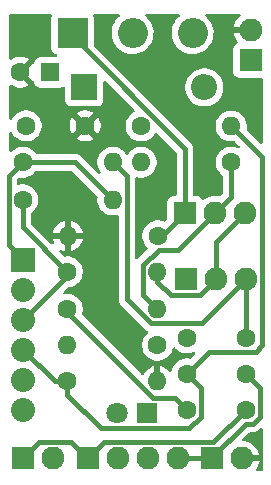
<source format=gbr>
%TF.GenerationSoftware,KiCad,Pcbnew,(5.99.0-2858-ga3fc028c9)*%
%TF.CreationDate,2020-08-19T12:09:39+03:00*%
%TF.ProjectId,leo-fuzz-box,6c656f2d-6675-47a7-9a2d-626f782e6b69,rev?*%
%TF.SameCoordinates,Original*%
%TF.FileFunction,Copper,L1,Top*%
%TF.FilePolarity,Positive*%
%FSLAX46Y46*%
G04 Gerber Fmt 4.6, Leading zero omitted, Abs format (unit mm)*
G04 Created by KiCad (PCBNEW (5.99.0-2858-ga3fc028c9)) date 2020-08-19 12:09:39*
%MOMM*%
%LPD*%
G01*
G04 APERTURE LIST*
%TA.AperFunction,ComponentPad*%
%ADD10O,2.200000X2.200000*%
%TD*%
%TA.AperFunction,ComponentPad*%
%ADD11R,2.200000X2.200000*%
%TD*%
%TA.AperFunction,ComponentPad*%
%ADD12C,1.600000*%
%TD*%
%TA.AperFunction,ComponentPad*%
%ADD13R,1.600000X1.600000*%
%TD*%
%TA.AperFunction,ComponentPad*%
%ADD14O,1.930400X1.930400*%
%TD*%
%TA.AperFunction,ComponentPad*%
%ADD15R,1.930400X1.930400*%
%TD*%
%TA.AperFunction,ComponentPad*%
%ADD16O,2.032000X2.032000*%
%TD*%
%TA.AperFunction,ComponentPad*%
%ADD17R,2.032000X2.032000*%
%TD*%
%TA.AperFunction,ComponentPad*%
%ADD18O,2.540000X2.540000*%
%TD*%
%TA.AperFunction,ComponentPad*%
%ADD19R,2.540000X2.540000*%
%TD*%
%TA.AperFunction,ComponentPad*%
%ADD20O,1.600000X1.600000*%
%TD*%
%TA.AperFunction,ComponentPad*%
%ADD21C,1.800000*%
%TD*%
%TA.AperFunction,ComponentPad*%
%ADD22R,1.800000X1.800000*%
%TD*%
%TA.AperFunction,Conductor*%
%ADD23C,0.381000*%
%TD*%
G04 APERTURE END LIST*
D10*
%TO.P,D2,2,A*%
%TO.N,Net-(D2-Pad2)*%
X105537000Y-44069000D03*
D11*
%TO.P,D2,1,K*%
%TO.N,+9V*%
X95377000Y-44069000D03*
%TD*%
D12*
%TO.P,C5,2*%
%TO.N,GND*%
X89956000Y-42799000D03*
D13*
%TO.P,C5,1*%
%TO.N,+9V*%
X92456000Y-42799000D03*
%TD*%
D12*
%TO.P,C4,2*%
%TO.N,GND*%
X95449400Y-47320200D03*
%TO.P,C4,1*%
%TO.N,+9V*%
X90449400Y-47320200D03*
%TD*%
D14*
%TO.P,Q2,3,C*%
%TO.N,Net-(C3-Pad1)*%
X109093000Y-60325000D03*
%TO.P,Q2,2,B*%
%TO.N,Net-(Q1-Pad3)*%
X106553000Y-60325000D03*
D15*
%TO.P,Q2,1,E*%
%TO.N,Net-(Q2-Pad1)*%
X104013000Y-60325000D03*
%TD*%
D14*
%TO.P,Q1,3,C*%
%TO.N,Net-(Q1-Pad3)*%
X108966000Y-54737000D03*
%TO.P,Q1,2,B*%
%TO.N,Net-(Q1-Pad2)*%
X106426000Y-54737000D03*
D15*
%TO.P,Q1,1,E*%
%TO.N,Net-(Q1-Pad1)*%
X103886000Y-54737000D03*
%TD*%
D16*
%TO.P,SW1,6,C*%
%TO.N,Net-(SW1-Pad6)*%
X90220800Y-71399400D03*
%TO.P,SW1,5,B*%
%TO.N,Net-(RV6-Pad2)*%
X90220800Y-68859400D03*
%TO.P,SW1,4,A*%
%TO.N,Net-(C2-Pad1)*%
X90220800Y-66319400D03*
%TO.P,SW1,3,C*%
%TO.N,Net-(R2-Pad1)*%
X90220800Y-63779400D03*
%TO.P,SW1,2,B*%
%TO.N,+9V*%
X90220800Y-61239400D03*
D17*
%TO.P,SW1,1,A*%
%TO.N,Net-(R4-Pad2)*%
X90220800Y-58699400D03*
%TD*%
D18*
%TO.P,RV6,3,3*%
%TO.N,Net-(Q2-Pad1)*%
X104546400Y-39471600D03*
%TO.P,RV6,2,2*%
%TO.N,Net-(RV6-Pad2)*%
X99466400Y-39471600D03*
D19*
%TO.P,RV6,1,1*%
%TO.N,Net-(Q1-Pad1)*%
X94386400Y-39471600D03*
%TD*%
D20*
%TO.P,R99,2*%
%TO.N,+9V*%
X93954600Y-65913000D03*
D12*
%TO.P,R99,1*%
%TO.N,Net-(D1-Pad2)*%
X101574600Y-65913000D03*
%TD*%
D20*
%TO.P,R9,2*%
%TO.N,GND*%
X101574600Y-68961000D03*
D12*
%TO.P,R9,1*%
%TO.N,Net-(C2-Pad1)*%
X93954600Y-68961000D03*
%TD*%
D20*
%TO.P,R8,2*%
%TO.N,Net-(C2-Pad1)*%
X107823000Y-47345600D03*
D12*
%TO.P,R8,1*%
%TO.N,Net-(C3-Pad2)*%
X100203000Y-47345600D03*
%TD*%
D20*
%TO.P,R7,2*%
%TO.N,Net-(C3-Pad1)*%
X97790000Y-50419000D03*
D12*
%TO.P,R7,1*%
%TO.N,Net-(R4-Pad2)*%
X90170000Y-50419000D03*
%TD*%
D20*
%TO.P,R5,2*%
%TO.N,Net-(Q2-Pad1)*%
X100203000Y-50419000D03*
D12*
%TO.P,R5,1*%
%TO.N,Net-(Q1-Pad2)*%
X107823000Y-50419000D03*
%TD*%
D20*
%TO.P,R4,2*%
%TO.N,Net-(R4-Pad2)*%
X97790000Y-53594000D03*
D12*
%TO.P,R4,1*%
%TO.N,Net-(R2-Pad1)*%
X90170000Y-53594000D03*
%TD*%
D20*
%TO.P,R3,2*%
%TO.N,GND*%
X93980000Y-56642000D03*
D12*
%TO.P,R3,1*%
%TO.N,Net-(Q1-Pad1)*%
X101600000Y-56642000D03*
%TD*%
D20*
%TO.P,R2,2*%
%TO.N,Net-(Q1-Pad3)*%
X101574600Y-59690000D03*
D12*
%TO.P,R2,1*%
%TO.N,Net-(R2-Pad1)*%
X93954600Y-59690000D03*
%TD*%
D20*
%TO.P,R1,2*%
%TO.N,Net-(Q1-Pad2)*%
X101574600Y-62865000D03*
D12*
%TO.P,R1,1*%
%TO.N,Net-(C1-Pad2)*%
X93954600Y-62865000D03*
%TD*%
D14*
%TO.P,J4,2*%
%TO.N,GND*%
X109474000Y-39243000D03*
D15*
%TO.P,J4,1*%
%TO.N,Net-(D2-Pad2)*%
X109474000Y-41783000D03*
%TD*%
%TO.P,J3,T*%
%TO.N,OUT*%
X106222800Y-75488800D03*
D14*
%TO.P,J3,S*%
%TO.N,GND*%
X108762800Y-75488800D03*
%TD*%
%TO.P,J2,4,Pin_4*%
%TO.N,OUT*%
X103276400Y-75488800D03*
%TO.P,J2,3,Pin_3*%
%TO.N,LED-*%
X100736400Y-75488800D03*
%TO.P,J2,2,Pin_2*%
%TO.N,GND*%
X98196400Y-75488800D03*
D15*
%TO.P,J2,1,Pin_1*%
%TO.N,IN*%
X95656400Y-75488800D03*
%TD*%
%TO.P,J1,T*%
%TO.N,IN*%
X90220800Y-75488800D03*
D14*
%TO.P,J1,S*%
%TO.N,GND*%
X92760800Y-75488800D03*
%TD*%
D21*
%TO.P,D1,2,A*%
%TO.N,Net-(D1-Pad2)*%
X98171000Y-71628000D03*
D22*
%TO.P,D1,1,K*%
%TO.N,LED-*%
X100711000Y-71628000D03*
%TD*%
D12*
%TO.P,C3,2*%
%TO.N,Net-(C3-Pad2)*%
X104067600Y-65278000D03*
%TO.P,C3,1*%
%TO.N,Net-(C3-Pad1)*%
X109067600Y-65278000D03*
%TD*%
%TO.P,C2,2*%
%TO.N,OUT*%
X109063800Y-68326000D03*
%TO.P,C2,1*%
%TO.N,Net-(C2-Pad1)*%
X104063800Y-68326000D03*
%TD*%
%TO.P,C1,2*%
%TO.N,Net-(C1-Pad2)*%
X104056800Y-71374000D03*
%TO.P,C1,1*%
%TO.N,IN*%
X109056800Y-71374000D03*
%TD*%
D23*
%TO.N,Net-(C1-Pad2)*%
X104056800Y-71374000D02*
X103020299Y-70337499D01*
X93954600Y-63102942D02*
X93954600Y-62865000D01*
X103020299Y-70337499D02*
X101189157Y-70337499D01*
X101189157Y-70337499D02*
X93954600Y-63102942D01*
%TO.N,Net-(C2-Pad1)*%
X93954600Y-68961000D02*
X93954600Y-70092370D01*
X104274241Y-72918501D02*
X105247301Y-71945441D01*
X93954600Y-70092370D02*
X96780731Y-72918501D01*
X105247301Y-69509501D02*
X104063800Y-68326000D01*
X96780731Y-72918501D02*
X104274241Y-72918501D01*
X105247301Y-71945441D02*
X105247301Y-69509501D01*
X90220800Y-66319400D02*
X92862400Y-68961000D01*
X92862400Y-68961000D02*
X93954600Y-68961000D01*
%TO.N,Net-(Q1-Pad1)*%
X103886000Y-54737000D02*
X103886000Y-49266658D01*
X103886000Y-49266658D02*
X94386400Y-39767058D01*
X94386400Y-39767058D02*
X94386400Y-39471600D01*
%TO.N,Net-(Q1-Pad2)*%
X101574600Y-62865000D02*
X100384099Y-61674499D01*
X100384099Y-61674499D02*
X100384099Y-59118559D01*
X100384099Y-59118559D02*
X101670157Y-57832501D01*
X101670157Y-57832501D02*
X103330499Y-57832501D01*
X103330499Y-57832501D02*
X106426000Y-54737000D01*
%TO.N,Net-(C3-Pad1)*%
X109093000Y-60325000D02*
X105362499Y-64055501D01*
X98980501Y-62032843D02*
X98980501Y-51609501D01*
X105362499Y-64055501D02*
X101003159Y-64055501D01*
X101003159Y-64055501D02*
X98980501Y-62032843D01*
X98980501Y-51609501D02*
X97790000Y-50419000D01*
%TO.N,Net-(Q1-Pad1)*%
X101600000Y-56642000D02*
X101981000Y-56642000D01*
X101981000Y-56642000D02*
X103886000Y-54737000D01*
%TO.N,Net-(C2-Pad1)*%
X104063800Y-68326000D02*
X105921299Y-66468501D01*
X105921299Y-66468501D02*
X109883699Y-66468501D01*
X109883699Y-66468501D02*
X110448701Y-65903499D01*
X110448701Y-65903499D02*
X110448701Y-49971301D01*
X110448701Y-49971301D02*
X107823000Y-47345600D01*
%TO.N,Net-(Q1-Pad2)*%
X107823000Y-50419000D02*
X107823000Y-53340000D01*
X107823000Y-53340000D02*
X106426000Y-54737000D01*
%TO.N,Net-(R2-Pad1)*%
X90220800Y-63779400D02*
X93954600Y-60045600D01*
X93954600Y-60045600D02*
X93954600Y-59690000D01*
%TO.N,Net-(Q1-Pad3)*%
X106553000Y-60325000D02*
X105197299Y-61680701D01*
X105197299Y-61680701D02*
X102735399Y-61680701D01*
X102735399Y-61680701D02*
X101574600Y-60519902D01*
X101574600Y-60519902D02*
X101574600Y-59690000D01*
X106553000Y-60325000D02*
X106553000Y-57150000D01*
X106553000Y-57150000D02*
X108966000Y-54737000D01*
%TO.N,Net-(C3-Pad1)*%
X109067600Y-65278000D02*
X109067600Y-60350400D01*
X109067600Y-60350400D02*
X109093000Y-60325000D01*
%TO.N,Net-(R4-Pad2)*%
X90220800Y-58699400D02*
X88979499Y-57458099D01*
X88979499Y-57458099D02*
X88979499Y-51609501D01*
X88979499Y-51609501D02*
X90170000Y-50419000D01*
%TO.N,Net-(R2-Pad1)*%
X90170000Y-53594000D02*
X90170000Y-55905400D01*
X90170000Y-55905400D02*
X93954600Y-59690000D01*
%TO.N,Net-(R4-Pad2)*%
X90170000Y-50419000D02*
X94615000Y-50419000D01*
X94615000Y-50419000D02*
X97790000Y-53594000D01*
%TO.N,OUT*%
X106222800Y-75488800D02*
X106222800Y-75387200D01*
X110247301Y-69509501D02*
X109063800Y-68326000D01*
X106222800Y-75387200D02*
X109045499Y-72564501D01*
X109045499Y-72564501D02*
X109628241Y-72564501D01*
X109628241Y-72564501D02*
X110247301Y-71945441D01*
X110247301Y-71945441D02*
X110247301Y-69509501D01*
%TO.N,IN*%
X109056800Y-71374000D02*
X106297701Y-74133099D01*
X106297701Y-74133099D02*
X97012101Y-74133099D01*
X97012101Y-74133099D02*
X95656400Y-75488800D01*
X90220800Y-75438000D02*
X91576501Y-74082299D01*
X91576501Y-74082299D02*
X94249899Y-74082299D01*
X94249899Y-74082299D02*
X95656400Y-75488800D01*
%TO.N,OUT*%
X103276400Y-75488800D02*
X106222800Y-75488800D01*
%TD*%
%TA.AperFunction,Conductor*%
%TO.N,GND*%
G36*
X110402808Y-72881928D02*
G01*
X110459644Y-72924475D01*
X110484776Y-72999984D01*
X110484776Y-76449776D01*
X110464774Y-76517897D01*
X110411118Y-76564390D01*
X110358776Y-76575776D01*
X110045007Y-76575776D01*
X109976886Y-76555774D01*
X109930393Y-76502118D01*
X109920289Y-76431844D01*
X109949053Y-76368113D01*
X109963261Y-76351418D01*
X109963266Y-76351411D01*
X110088026Y-76143774D01*
X110088029Y-76143768D01*
X110177211Y-75918521D01*
X110215202Y-75742800D01*
X108634800Y-75742800D01*
X108566679Y-75722798D01*
X108520186Y-75669142D01*
X108508800Y-75616800D01*
X108508800Y-75360800D01*
X108528802Y-75292679D01*
X108582458Y-75246186D01*
X108634800Y-75234800D01*
X110214080Y-75234800D01*
X110196510Y-75128676D01*
X110118439Y-74899345D01*
X110118437Y-74899340D01*
X110003972Y-74685863D01*
X110003963Y-74685849D01*
X109856157Y-74493921D01*
X109856156Y-74493919D01*
X109678984Y-74328704D01*
X109477210Y-74194645D01*
X109477208Y-74194644D01*
X109256252Y-74095343D01*
X109256254Y-74095343D01*
X109022039Y-74033461D01*
X108870468Y-74019133D01*
X108804532Y-73992809D01*
X108763295Y-73935016D01*
X108759850Y-73864103D01*
X108793231Y-73804596D01*
X109297923Y-73299905D01*
X109387018Y-73263001D01*
X109535876Y-73263001D01*
X109563683Y-73266108D01*
X109571646Y-73267910D01*
X109571649Y-73267910D01*
X109646873Y-73263243D01*
X109654675Y-73263001D01*
X109678390Y-73263001D01*
X109694485Y-73260695D01*
X109704552Y-73259664D01*
X109771347Y-73255521D01*
X109771344Y-73255521D01*
X109785978Y-73250238D01*
X109810902Y-73244024D01*
X109826297Y-73241819D01*
X109826303Y-73241817D01*
X109887235Y-73214114D01*
X109896600Y-73210301D01*
X109959540Y-73187579D01*
X109971079Y-73179041D01*
X109993872Y-73165629D01*
X110008440Y-73159005D01*
X110008446Y-73159001D01*
X110067442Y-73108166D01*
X110074745Y-73102331D01*
X110088172Y-73092396D01*
X110088180Y-73092389D01*
X110099985Y-73080584D01*
X110106833Y-73074226D01*
X110160015Y-73028402D01*
X110160016Y-73028401D01*
X110167241Y-73017254D01*
X110183878Y-72996692D01*
X110269681Y-72910889D01*
X110331993Y-72876863D01*
X110402808Y-72881928D01*
G37*
%TD.AperFunction*%
%TA.AperFunction,Conductor*%
G36*
X94362578Y-51154405D02*
G01*
X96466458Y-53258286D01*
X96500484Y-53320598D01*
X96501449Y-53369260D01*
X96482000Y-53479566D01*
X96482000Y-53708433D01*
X96521745Y-53933833D01*
X96600020Y-54148892D01*
X96600024Y-54148901D01*
X96714455Y-54347101D01*
X96714457Y-54347104D01*
X96861572Y-54522428D01*
X97036896Y-54669543D01*
X97036899Y-54669545D01*
X97235099Y-54783976D01*
X97235108Y-54783980D01*
X97450167Y-54862255D01*
X97675567Y-54902000D01*
X97904433Y-54902000D01*
X98134122Y-54861499D01*
X98204681Y-54869368D01*
X98259785Y-54914135D01*
X98282002Y-54985585D01*
X98282001Y-61940478D01*
X98278894Y-61968285D01*
X98277092Y-61976248D01*
X98277092Y-61976251D01*
X98281759Y-62051475D01*
X98282001Y-62059277D01*
X98282001Y-62082988D01*
X98282002Y-62083002D01*
X98284306Y-62099084D01*
X98285338Y-62109152D01*
X98289481Y-62175945D01*
X98289481Y-62175946D01*
X98294765Y-62190582D01*
X98300978Y-62215504D01*
X98303183Y-62230900D01*
X98303183Y-62230901D01*
X98330884Y-62291828D01*
X98334696Y-62301192D01*
X98357420Y-62364135D01*
X98357423Y-62364141D01*
X98365961Y-62375680D01*
X98379372Y-62398470D01*
X98386000Y-62413045D01*
X98386000Y-62413046D01*
X98436834Y-62472041D01*
X98442670Y-62479346D01*
X98452603Y-62492770D01*
X98452610Y-62492779D01*
X98464419Y-62504588D01*
X98470778Y-62511436D01*
X98516603Y-62564619D01*
X98527751Y-62571845D01*
X98548313Y-62588482D01*
X100443928Y-64484098D01*
X100461395Y-64505958D01*
X100465755Y-64512868D01*
X100465757Y-64512871D01*
X100522261Y-64562773D01*
X100527952Y-64568121D01*
X100544700Y-64584870D01*
X100544705Y-64584874D01*
X100557715Y-64594625D01*
X100565556Y-64601009D01*
X100615724Y-64645316D01*
X100629809Y-64651929D01*
X100651820Y-64665154D01*
X100664270Y-64674484D01*
X100664274Y-64674486D01*
X100705086Y-64689786D01*
X100761851Y-64732427D01*
X100786551Y-64798989D01*
X100771344Y-64868338D01*
X100741849Y-64904289D01*
X100646172Y-64984572D01*
X100499057Y-65159896D01*
X100499055Y-65159899D01*
X100384624Y-65358099D01*
X100384620Y-65358108D01*
X100306345Y-65573167D01*
X100266600Y-65798567D01*
X100266600Y-66027433D01*
X100306345Y-66252833D01*
X100384620Y-66467892D01*
X100384624Y-66467901D01*
X100499055Y-66666101D01*
X100499057Y-66666104D01*
X100646172Y-66841428D01*
X100821496Y-66988543D01*
X100821499Y-66988545D01*
X101019699Y-67102976D01*
X101019708Y-67102980D01*
X101234767Y-67181255D01*
X101460167Y-67221000D01*
X101689033Y-67221000D01*
X101914433Y-67181255D01*
X102129492Y-67102980D01*
X102129501Y-67102976D01*
X102327701Y-66988545D01*
X102327704Y-66988543D01*
X102503028Y-66841428D01*
X102650143Y-66666104D01*
X102650145Y-66666101D01*
X102764576Y-66467901D01*
X102764580Y-66467892D01*
X102842856Y-66252833D01*
X102854151Y-66188775D01*
X102885679Y-66125162D01*
X102946593Y-66088693D01*
X103017554Y-66090946D01*
X103074758Y-66129663D01*
X103139172Y-66206428D01*
X103314496Y-66353543D01*
X103314499Y-66353545D01*
X103512699Y-66467976D01*
X103512708Y-66467980D01*
X103727767Y-66546255D01*
X103953167Y-66586000D01*
X104182033Y-66586000D01*
X104407433Y-66546256D01*
X104578177Y-66484109D01*
X104649031Y-66479606D01*
X104711071Y-66514124D01*
X104744601Y-66576704D01*
X104738975Y-66647477D01*
X104710367Y-66691605D01*
X104399514Y-67002458D01*
X104337202Y-67036484D01*
X104288540Y-67037449D01*
X104178234Y-67018000D01*
X103949367Y-67018000D01*
X103723967Y-67057745D01*
X103508908Y-67136020D01*
X103508899Y-67136024D01*
X103310699Y-67250455D01*
X103310696Y-67250457D01*
X103135372Y-67397572D01*
X102988257Y-67572896D01*
X102988255Y-67572899D01*
X102873824Y-67771099D01*
X102873820Y-67771108D01*
X102795544Y-67986167D01*
X102784909Y-68046483D01*
X102753381Y-68110095D01*
X102692467Y-68146565D01*
X102621506Y-68144312D01*
X102564302Y-68105595D01*
X102503028Y-68032572D01*
X102327704Y-67885457D01*
X102327701Y-67885455D01*
X102129501Y-67771024D01*
X102129492Y-67771020D01*
X101914434Y-67692745D01*
X101828600Y-67677609D01*
X101828600Y-69089000D01*
X101808598Y-69157121D01*
X101754942Y-69203614D01*
X101702600Y-69215000D01*
X101446600Y-69215000D01*
X101378479Y-69194998D01*
X101331986Y-69141342D01*
X101320600Y-69089000D01*
X101320600Y-67677609D01*
X101234766Y-67692745D01*
X101019708Y-67771020D01*
X101019699Y-67771024D01*
X100821499Y-67885455D01*
X100821496Y-67885457D01*
X100646172Y-68032572D01*
X100499057Y-68207896D01*
X100499055Y-68207899D01*
X100415835Y-68352040D01*
X100364453Y-68401033D01*
X100294739Y-68414469D01*
X100217621Y-68378135D01*
X95231973Y-63392488D01*
X95197947Y-63330176D01*
X95202667Y-63260297D01*
X95222856Y-63204832D01*
X95262600Y-62979433D01*
X95262600Y-62750567D01*
X95222855Y-62525167D01*
X95144580Y-62310108D01*
X95144576Y-62310099D01*
X95030145Y-62111899D01*
X95030143Y-62111896D01*
X94883028Y-61936572D01*
X94707704Y-61789457D01*
X94707701Y-61789455D01*
X94509501Y-61675024D01*
X94509492Y-61675020D01*
X94294433Y-61596745D01*
X94069033Y-61557000D01*
X93840167Y-61557000D01*
X93736992Y-61575193D01*
X93666433Y-61567324D01*
X93611329Y-61522557D01*
X93589175Y-61455105D01*
X93626017Y-61362012D01*
X93953124Y-61034905D01*
X94042219Y-60998000D01*
X94069033Y-60998000D01*
X94294433Y-60958255D01*
X94509492Y-60879980D01*
X94509501Y-60879976D01*
X94707701Y-60765545D01*
X94707704Y-60765543D01*
X94883028Y-60618428D01*
X95030143Y-60443104D01*
X95030145Y-60443101D01*
X95144576Y-60244901D01*
X95144580Y-60244892D01*
X95222855Y-60029833D01*
X95262600Y-59804433D01*
X95262600Y-59575567D01*
X95222855Y-59350167D01*
X95144580Y-59135108D01*
X95144576Y-59135099D01*
X95030145Y-58936899D01*
X95030143Y-58936896D01*
X94883028Y-58761572D01*
X94707704Y-58614457D01*
X94707701Y-58614455D01*
X94509501Y-58500024D01*
X94509492Y-58500020D01*
X94294433Y-58421745D01*
X94069033Y-58382000D01*
X93840166Y-58382000D01*
X93729861Y-58401449D01*
X93659302Y-58393579D01*
X93618887Y-58366458D01*
X93291325Y-58038896D01*
X93257299Y-57976584D01*
X93262364Y-57905769D01*
X93304911Y-57848933D01*
X93371431Y-57824122D01*
X93423515Y-57831400D01*
X93640166Y-57910255D01*
X93726000Y-57925391D01*
X93726000Y-57925390D01*
X94233999Y-57925390D01*
X94319833Y-57910255D01*
X94319834Y-57910255D01*
X94534892Y-57831980D01*
X94534901Y-57831976D01*
X94733101Y-57717545D01*
X94733104Y-57717543D01*
X94908428Y-57570428D01*
X95055543Y-57395104D01*
X95055545Y-57395101D01*
X95169976Y-57196901D01*
X95169980Y-57196892D01*
X95248255Y-56981834D01*
X95263391Y-56896000D01*
X94234000Y-56895999D01*
X94233999Y-57925390D01*
X93726000Y-57925390D01*
X93726001Y-56896000D01*
X92696610Y-56895999D01*
X92711745Y-56981833D01*
X92711745Y-56981835D01*
X92790600Y-57198486D01*
X92795103Y-57269340D01*
X92760585Y-57331380D01*
X92698005Y-57364910D01*
X92627231Y-57359284D01*
X92583104Y-57330676D01*
X91640428Y-56388000D01*
X92696609Y-56388000D01*
X93726000Y-56388001D01*
X93726000Y-56388000D01*
X94233999Y-56388000D01*
X95263390Y-56388001D01*
X95248255Y-56302167D01*
X95248255Y-56302166D01*
X95169980Y-56087108D01*
X95169976Y-56087099D01*
X95055545Y-55888899D01*
X95055543Y-55888896D01*
X94908428Y-55713572D01*
X94733104Y-55566457D01*
X94733101Y-55566455D01*
X94534901Y-55452024D01*
X94534892Y-55452020D01*
X94319834Y-55373745D01*
X94234000Y-55358609D01*
X94233999Y-56388000D01*
X93726000Y-56388000D01*
X93726001Y-55358610D01*
X93640166Y-55373745D01*
X93425108Y-55452020D01*
X93425099Y-55452024D01*
X93226899Y-55566455D01*
X93226896Y-55566457D01*
X93051572Y-55713572D01*
X92904457Y-55888896D01*
X92904455Y-55888899D01*
X92790024Y-56087099D01*
X92790020Y-56087108D01*
X92711745Y-56302166D01*
X92696609Y-56388000D01*
X91640428Y-56388000D01*
X90905405Y-55652978D01*
X90868500Y-55563883D01*
X90868500Y-54773369D01*
X90888502Y-54705248D01*
X90919135Y-54673374D01*
X90918889Y-54673080D01*
X90921621Y-54670788D01*
X90922227Y-54670157D01*
X90923106Y-54669541D01*
X91098428Y-54522428D01*
X91245543Y-54347104D01*
X91245545Y-54347101D01*
X91359976Y-54148901D01*
X91359980Y-54148892D01*
X91438255Y-53933833D01*
X91478000Y-53708433D01*
X91478000Y-53479567D01*
X91438255Y-53254167D01*
X91359980Y-53039108D01*
X91359976Y-53039099D01*
X91245545Y-52840899D01*
X91245543Y-52840896D01*
X91098428Y-52665572D01*
X90923104Y-52518457D01*
X90923101Y-52518455D01*
X90724901Y-52404024D01*
X90724892Y-52404020D01*
X90509833Y-52325745D01*
X90284433Y-52286000D01*
X90055567Y-52286000D01*
X89825879Y-52326501D01*
X89755320Y-52318632D01*
X89700216Y-52273865D01*
X89677999Y-52202415D01*
X89677999Y-51951019D01*
X89714904Y-51861923D01*
X89834287Y-51742541D01*
X89896599Y-51708516D01*
X89945261Y-51707551D01*
X90055566Y-51727000D01*
X90284433Y-51727000D01*
X90509833Y-51687255D01*
X90724892Y-51608980D01*
X90724901Y-51608976D01*
X90923101Y-51494545D01*
X90923104Y-51494543D01*
X91098428Y-51347428D01*
X91245541Y-51172106D01*
X91246157Y-51171227D01*
X91246528Y-51170931D01*
X91249080Y-51167889D01*
X91249691Y-51168402D01*
X91301616Y-51126900D01*
X91349369Y-51117500D01*
X94273483Y-51117500D01*
X94362578Y-51154405D01*
G37*
%TD.AperFunction*%
%TA.AperFunction,Conductor*%
G36*
X92583159Y-37871226D02*
G01*
X92629652Y-37924882D01*
X92633196Y-38014247D01*
X92633586Y-38014316D01*
X92633270Y-38016109D01*
X92633437Y-38020325D01*
X92631671Y-38025176D01*
X92600563Y-38201601D01*
X92600563Y-40741598D01*
X92669673Y-40999520D01*
X92784826Y-41136754D01*
X92939974Y-41226328D01*
X92978247Y-41233077D01*
X93041860Y-41264604D01*
X93078329Y-41325518D01*
X93076077Y-41396479D01*
X93035818Y-41454957D01*
X92956368Y-41483163D01*
X91656002Y-41483163D01*
X91398081Y-41552273D01*
X91260846Y-41667426D01*
X91171272Y-41822574D01*
X91146851Y-41961073D01*
X91115324Y-42024686D01*
X91054410Y-42061155D01*
X91052968Y-42061244D01*
X90315210Y-42799000D01*
X91057204Y-43540992D01*
X91079346Y-43544445D01*
X91132444Y-43591574D01*
X91147349Y-43625816D01*
X91209273Y-43856920D01*
X91324426Y-43994154D01*
X91479574Y-44083729D01*
X91656001Y-44114837D01*
X93255998Y-44114837D01*
X93513920Y-44045727D01*
X93554172Y-44011952D01*
X93619213Y-43983488D01*
X93689318Y-43994706D01*
X93742229Y-44042044D01*
X93761163Y-44108474D01*
X93761163Y-45168998D01*
X93830273Y-45426920D01*
X93945426Y-45564154D01*
X94100574Y-45653729D01*
X94277001Y-45684837D01*
X96476998Y-45684837D01*
X96734920Y-45615727D01*
X96872154Y-45500574D01*
X96961729Y-45345426D01*
X96961728Y-45345426D01*
X96992837Y-45168999D01*
X96992837Y-43665512D01*
X97012839Y-43597391D01*
X97066495Y-43550898D01*
X97136769Y-43540794D01*
X97207932Y-43576417D01*
X99620135Y-45988621D01*
X99654161Y-46050933D01*
X99649096Y-46121749D01*
X99594040Y-46186835D01*
X99449899Y-46270055D01*
X99449896Y-46270057D01*
X99274572Y-46417172D01*
X99127457Y-46592496D01*
X99127455Y-46592499D01*
X99013024Y-46790699D01*
X99013020Y-46790708D01*
X98934745Y-47005767D01*
X98895000Y-47231167D01*
X98895000Y-47460033D01*
X98934745Y-47685433D01*
X99013020Y-47900492D01*
X99013024Y-47900501D01*
X99127455Y-48098701D01*
X99127457Y-48098704D01*
X99274572Y-48274028D01*
X99449896Y-48421143D01*
X99449899Y-48421145D01*
X99648099Y-48535576D01*
X99648108Y-48535580D01*
X99863167Y-48613855D01*
X100088567Y-48653600D01*
X100317433Y-48653600D01*
X100542833Y-48613855D01*
X100757892Y-48535580D01*
X100757901Y-48535576D01*
X100956101Y-48421145D01*
X100956104Y-48421143D01*
X101131428Y-48274028D01*
X101278543Y-48098704D01*
X101278545Y-48098701D01*
X101361765Y-47954560D01*
X101413147Y-47905567D01*
X101482861Y-47892131D01*
X101559979Y-47928465D01*
X103150596Y-49519082D01*
X103187501Y-49608177D01*
X103187500Y-53129963D01*
X103167498Y-53198084D01*
X103113842Y-53244577D01*
X103061500Y-53255963D01*
X102920802Y-53255963D01*
X102662881Y-53325073D01*
X102525646Y-53440226D01*
X102436071Y-53595374D01*
X102404963Y-53771801D01*
X102404963Y-55178020D01*
X102368058Y-55267115D01*
X102232372Y-55402801D01*
X102170060Y-55436827D01*
X102100182Y-55432107D01*
X101939833Y-55373745D01*
X101714433Y-55334000D01*
X101485567Y-55334000D01*
X101260167Y-55373745D01*
X101045108Y-55452020D01*
X101045099Y-55452024D01*
X100846899Y-55566455D01*
X100846896Y-55566457D01*
X100671572Y-55713572D01*
X100524457Y-55888896D01*
X100524455Y-55888899D01*
X100410024Y-56087099D01*
X100410020Y-56087108D01*
X100331745Y-56302167D01*
X100292000Y-56527567D01*
X100292000Y-56756433D01*
X100331745Y-56981833D01*
X100410020Y-57196892D01*
X100410024Y-57196901D01*
X100524455Y-57395101D01*
X100524457Y-57395104D01*
X100671574Y-57570431D01*
X100714586Y-57606522D01*
X100753913Y-57665631D01*
X100755039Y-57736619D01*
X100722691Y-57792138D01*
X99955501Y-58559330D01*
X99933639Y-58576797D01*
X99926736Y-58581153D01*
X99926734Y-58581154D01*
X99899442Y-58612056D01*
X99839356Y-58649874D01*
X99768363Y-58649204D01*
X99709002Y-58610258D01*
X99679001Y-58528648D01*
X99679001Y-51800171D01*
X99699003Y-51732050D01*
X99752659Y-51685557D01*
X99848096Y-51681770D01*
X99863167Y-51687255D01*
X100088567Y-51727000D01*
X100317433Y-51727000D01*
X100542833Y-51687255D01*
X100757892Y-51608980D01*
X100757901Y-51608976D01*
X100956101Y-51494545D01*
X100956104Y-51494543D01*
X101131428Y-51347428D01*
X101278543Y-51172104D01*
X101278545Y-51172101D01*
X101392976Y-50973901D01*
X101392980Y-50973892D01*
X101471255Y-50758833D01*
X101511000Y-50533433D01*
X101511000Y-50304567D01*
X101471255Y-50079167D01*
X101392980Y-49864108D01*
X101392976Y-49864099D01*
X101278545Y-49665899D01*
X101278543Y-49665896D01*
X101131428Y-49490572D01*
X100956104Y-49343457D01*
X100956101Y-49343455D01*
X100757901Y-49229024D01*
X100757892Y-49229020D01*
X100542833Y-49150745D01*
X100317433Y-49111000D01*
X100088567Y-49111000D01*
X99863167Y-49150745D01*
X99648108Y-49229020D01*
X99648099Y-49229024D01*
X99449899Y-49343455D01*
X99449896Y-49343457D01*
X99274572Y-49490572D01*
X99127457Y-49665896D01*
X99127455Y-49665899D01*
X99105619Y-49703720D01*
X99054237Y-49752713D01*
X98984523Y-49766150D01*
X98918612Y-49739763D01*
X98887381Y-49703720D01*
X98865545Y-49665899D01*
X98865543Y-49665896D01*
X98718428Y-49490572D01*
X98543104Y-49343457D01*
X98543101Y-49343455D01*
X98344901Y-49229024D01*
X98344892Y-49229020D01*
X98129833Y-49150745D01*
X97904433Y-49111000D01*
X97675567Y-49111000D01*
X97450167Y-49150745D01*
X97235108Y-49229020D01*
X97235099Y-49229024D01*
X97036899Y-49343455D01*
X97036896Y-49343457D01*
X96861572Y-49490572D01*
X96714457Y-49665896D01*
X96714455Y-49665899D01*
X96600024Y-49864099D01*
X96600020Y-49864108D01*
X96521745Y-50079167D01*
X96482000Y-50304567D01*
X96482000Y-50533433D01*
X96521745Y-50758833D01*
X96600020Y-50973892D01*
X96600024Y-50973901D01*
X96714455Y-51172101D01*
X96714456Y-51172103D01*
X96729177Y-51189647D01*
X96757641Y-51254688D01*
X96746422Y-51324793D01*
X96699083Y-51377703D01*
X96630653Y-51396621D01*
X96543559Y-51359732D01*
X95174233Y-49990406D01*
X95156766Y-49968547D01*
X95152403Y-49961632D01*
X95095888Y-49911720D01*
X95090198Y-49906372D01*
X95073456Y-49889629D01*
X95073449Y-49889623D01*
X95060454Y-49879884D01*
X95052610Y-49873498D01*
X95002436Y-49829186D01*
X94988345Y-49822570D01*
X94966329Y-49809341D01*
X94953887Y-49800016D01*
X94953885Y-49800015D01*
X94891226Y-49776525D01*
X94881908Y-49772599D01*
X94821316Y-49744152D01*
X94807123Y-49742031D01*
X94781513Y-49735396D01*
X94766538Y-49729782D01*
X94766533Y-49729781D01*
X94688889Y-49724010D01*
X94679604Y-49722973D01*
X94663057Y-49720500D01*
X94646328Y-49720500D01*
X94636990Y-49720154D01*
X94567004Y-49714953D01*
X94554024Y-49717724D01*
X94527719Y-49720500D01*
X91349369Y-49720500D01*
X91281248Y-49700498D01*
X91249374Y-49669865D01*
X91249080Y-49670111D01*
X91246788Y-49667379D01*
X91246157Y-49666773D01*
X91245541Y-49665894D01*
X91098428Y-49490572D01*
X90923104Y-49343457D01*
X90923101Y-49343455D01*
X90724901Y-49229024D01*
X90724892Y-49229020D01*
X90509833Y-49150745D01*
X90284433Y-49111000D01*
X90055567Y-49111000D01*
X89830167Y-49150745D01*
X89615108Y-49229020D01*
X89615099Y-49229024D01*
X89416899Y-49343455D01*
X89416896Y-49343457D01*
X89239216Y-49492549D01*
X89174175Y-49521014D01*
X89104070Y-49509797D01*
X89051159Y-49462459D01*
X89032224Y-49396028D01*
X89032224Y-47951817D01*
X89052226Y-47883696D01*
X89105882Y-47837203D01*
X89176156Y-47827099D01*
X89240736Y-47856593D01*
X89267343Y-47888817D01*
X89373855Y-48073301D01*
X89373857Y-48073304D01*
X89520972Y-48248628D01*
X89696296Y-48395743D01*
X89696299Y-48395745D01*
X89894499Y-48510176D01*
X89894508Y-48510180D01*
X90109567Y-48588455D01*
X90334967Y-48628200D01*
X90563833Y-48628200D01*
X90789233Y-48588455D01*
X91004292Y-48510180D01*
X91004301Y-48510176D01*
X91179191Y-48409203D01*
X94719609Y-48409203D01*
X94894500Y-48510176D01*
X94894508Y-48510180D01*
X95109567Y-48588455D01*
X95334967Y-48628200D01*
X95563833Y-48628200D01*
X95789233Y-48588455D01*
X96004292Y-48510180D01*
X96004300Y-48510176D01*
X96179191Y-48409203D01*
X95449400Y-47679410D01*
X94719609Y-48409203D01*
X91179191Y-48409203D01*
X91202501Y-48395745D01*
X91202504Y-48395743D01*
X91377828Y-48248628D01*
X91524943Y-48073304D01*
X91524945Y-48073301D01*
X91639376Y-47875101D01*
X91639380Y-47875092D01*
X91717655Y-47660033D01*
X91757400Y-47434633D01*
X91757400Y-47205767D01*
X94141400Y-47205767D01*
X94141400Y-47434633D01*
X94181145Y-47660033D01*
X94259420Y-47875092D01*
X94259424Y-47875100D01*
X94360398Y-48049990D01*
X95090190Y-47320200D01*
X95808610Y-47320200D01*
X96538403Y-48049991D01*
X96639376Y-47875100D01*
X96639380Y-47875092D01*
X96717655Y-47660033D01*
X96757400Y-47434633D01*
X96757400Y-47205767D01*
X96717655Y-46980367D01*
X96639380Y-46765308D01*
X96639376Y-46765300D01*
X96538403Y-46590409D01*
X95808610Y-47320200D01*
X95090190Y-47320200D01*
X94360398Y-46590410D01*
X94259424Y-46765300D01*
X94259420Y-46765308D01*
X94181145Y-46980367D01*
X94141400Y-47205767D01*
X91757400Y-47205767D01*
X91717655Y-46980367D01*
X91639380Y-46765308D01*
X91639376Y-46765299D01*
X91524945Y-46567099D01*
X91524943Y-46567096D01*
X91377828Y-46391772D01*
X91202504Y-46244657D01*
X91202501Y-46244655D01*
X91179192Y-46231197D01*
X94719609Y-46231197D01*
X95449400Y-46960990D01*
X96179191Y-46231197D01*
X96004300Y-46130224D01*
X96004292Y-46130220D01*
X95789233Y-46051945D01*
X95563833Y-46012200D01*
X95334967Y-46012200D01*
X95109567Y-46051945D01*
X94894508Y-46130220D01*
X94894500Y-46130224D01*
X94719609Y-46231197D01*
X91179192Y-46231197D01*
X91004301Y-46130224D01*
X91004292Y-46130220D01*
X90789233Y-46051945D01*
X90563833Y-46012200D01*
X90334967Y-46012200D01*
X90109567Y-46051945D01*
X89894508Y-46130220D01*
X89894499Y-46130224D01*
X89696299Y-46244655D01*
X89696296Y-46244657D01*
X89520972Y-46391772D01*
X89373857Y-46567096D01*
X89373855Y-46567099D01*
X89267343Y-46751583D01*
X89215961Y-46800576D01*
X89146247Y-46814012D01*
X89080336Y-46787626D01*
X89039154Y-46729794D01*
X89032224Y-46688583D01*
X89032224Y-43994244D01*
X89052226Y-43926123D01*
X89105882Y-43879630D01*
X89176156Y-43869526D01*
X89221224Y-43885125D01*
X89401099Y-43988976D01*
X89401108Y-43988980D01*
X89616167Y-44067255D01*
X89841567Y-44107000D01*
X90070433Y-44107000D01*
X90295833Y-44067255D01*
X90510892Y-43988980D01*
X90510900Y-43988976D01*
X90685791Y-43888002D01*
X89685885Y-42888095D01*
X89651859Y-42825783D01*
X89656924Y-42754967D01*
X89685885Y-42709905D01*
X89956000Y-42439790D01*
X90685791Y-41709998D01*
X90510900Y-41609024D01*
X90510892Y-41609020D01*
X90295833Y-41530745D01*
X90070433Y-41491000D01*
X89841567Y-41491000D01*
X89616167Y-41530745D01*
X89401108Y-41609020D01*
X89401099Y-41609024D01*
X89221224Y-41712875D01*
X89152229Y-41729613D01*
X89085137Y-41706392D01*
X89041250Y-41650585D01*
X89032224Y-41603756D01*
X89032224Y-37977224D01*
X89052226Y-37909103D01*
X89105882Y-37862610D01*
X89158224Y-37851224D01*
X92515038Y-37851224D01*
X92583159Y-37871226D01*
G37*
%TD.AperFunction*%
%TA.AperFunction,Conductor*%
G36*
X98354233Y-37871226D02*
G01*
X98400726Y-37924882D01*
X98410830Y-37995156D01*
X98362816Y-38077186D01*
X98279145Y-38141389D01*
X98279144Y-38141390D01*
X98095566Y-38331490D01*
X97942106Y-38546635D01*
X97822131Y-38782100D01*
X97738276Y-39032715D01*
X97692387Y-39292961D01*
X97685468Y-39557148D01*
X97717675Y-39819442D01*
X97717678Y-39819455D01*
X97788294Y-40074089D01*
X97788297Y-40074100D01*
X97895786Y-40315524D01*
X97895787Y-40315525D01*
X98037777Y-40538405D01*
X98211151Y-40737848D01*
X98412107Y-40909482D01*
X98636211Y-41049517D01*
X98878565Y-41154896D01*
X98878570Y-41154898D01*
X99133831Y-41223294D01*
X99133834Y-41223295D01*
X99396397Y-41253209D01*
X99396405Y-41253210D01*
X99660505Y-41243988D01*
X99660508Y-41243988D01*
X99920351Y-41195828D01*
X100170211Y-41109795D01*
X100170232Y-41109786D01*
X100404629Y-40987767D01*
X100618429Y-40832432D01*
X100806917Y-40647206D01*
X100806918Y-40647204D01*
X100965958Y-40436152D01*
X100965960Y-40436148D01*
X101092059Y-40203905D01*
X101092059Y-40203904D01*
X101182442Y-39955577D01*
X101182443Y-39955572D01*
X101235130Y-39696612D01*
X101244482Y-39339469D01*
X101244482Y-39339465D01*
X101205421Y-39078100D01*
X101128156Y-38825380D01*
X101014385Y-38586854D01*
X100866608Y-38367766D01*
X100866601Y-38367756D01*
X100688076Y-38172930D01*
X100688072Y-38172926D01*
X100567322Y-38075145D01*
X100526970Y-38016730D01*
X100524604Y-37945773D01*
X100560977Y-37884801D01*
X100646616Y-37851224D01*
X103366112Y-37851224D01*
X103434233Y-37871226D01*
X103480726Y-37924882D01*
X103490830Y-37995156D01*
X103442816Y-38077186D01*
X103359145Y-38141389D01*
X103359144Y-38141390D01*
X103175566Y-38331490D01*
X103022106Y-38546635D01*
X102902131Y-38782100D01*
X102818276Y-39032715D01*
X102772387Y-39292961D01*
X102765468Y-39557148D01*
X102797675Y-39819442D01*
X102797678Y-39819455D01*
X102868294Y-40074089D01*
X102868297Y-40074100D01*
X102975786Y-40315524D01*
X102975787Y-40315525D01*
X103117777Y-40538405D01*
X103291151Y-40737848D01*
X103492107Y-40909482D01*
X103716211Y-41049517D01*
X103958565Y-41154896D01*
X103958570Y-41154898D01*
X104213831Y-41223294D01*
X104213834Y-41223295D01*
X104476397Y-41253209D01*
X104476405Y-41253210D01*
X104740505Y-41243988D01*
X104740508Y-41243988D01*
X105000351Y-41195828D01*
X105250211Y-41109795D01*
X105250232Y-41109786D01*
X105484629Y-40987767D01*
X105698429Y-40832432D01*
X105886917Y-40647206D01*
X105886918Y-40647204D01*
X106045958Y-40436152D01*
X106045960Y-40436148D01*
X106172059Y-40203905D01*
X106172059Y-40203904D01*
X106262442Y-39955577D01*
X106262443Y-39955572D01*
X106315130Y-39696612D01*
X106324482Y-39339469D01*
X106324482Y-39339465D01*
X106285421Y-39078100D01*
X106208156Y-38825380D01*
X106094385Y-38586854D01*
X105946608Y-38367766D01*
X105946601Y-38367756D01*
X105768076Y-38172930D01*
X105768072Y-38172926D01*
X105647322Y-38075145D01*
X105606970Y-38016730D01*
X105604604Y-37945773D01*
X105640977Y-37884801D01*
X105726616Y-37851224D01*
X108490860Y-37851224D01*
X108558981Y-37871226D01*
X108605474Y-37924882D01*
X108615578Y-37995156D01*
X108574514Y-38071447D01*
X108405277Y-38221702D01*
X108405271Y-38221708D01*
X108252827Y-38409961D01*
X108252823Y-38409968D01*
X108133162Y-38620608D01*
X108049516Y-38847950D01*
X108049515Y-38847954D01*
X108022609Y-38989000D01*
X109602000Y-38989001D01*
X109670121Y-39009003D01*
X109716614Y-39062659D01*
X109728000Y-39115001D01*
X109727999Y-39371000D01*
X109707997Y-39439121D01*
X109654341Y-39485614D01*
X109601999Y-39497000D01*
X108021942Y-39496999D01*
X108031919Y-39567993D01*
X108104359Y-39799147D01*
X108104360Y-39799149D01*
X108213588Y-40015385D01*
X108328663Y-40172613D01*
X108352755Y-40239397D01*
X108336916Y-40308604D01*
X108259599Y-40368736D01*
X108250882Y-40371072D01*
X108113646Y-40486226D01*
X108024071Y-40641374D01*
X107992963Y-40817801D01*
X107992963Y-42748198D01*
X108062073Y-43006120D01*
X108177226Y-43143354D01*
X108332374Y-43232929D01*
X108508801Y-43264037D01*
X110358776Y-43264037D01*
X110426897Y-43284039D01*
X110473390Y-43337695D01*
X110484776Y-43390037D01*
X110484776Y-48715358D01*
X110464774Y-48783479D01*
X110411118Y-48829972D01*
X110340844Y-48840076D01*
X110269681Y-48804453D01*
X109146542Y-47681314D01*
X109112516Y-47619002D01*
X109111551Y-47570340D01*
X109131000Y-47460034D01*
X109131000Y-47231167D01*
X109091255Y-47005767D01*
X109012980Y-46790708D01*
X109012976Y-46790699D01*
X108898545Y-46592499D01*
X108898543Y-46592496D01*
X108751428Y-46417172D01*
X108576104Y-46270057D01*
X108576101Y-46270055D01*
X108377901Y-46155624D01*
X108377892Y-46155620D01*
X108162833Y-46077345D01*
X107937433Y-46037600D01*
X107708567Y-46037600D01*
X107483167Y-46077345D01*
X107268108Y-46155620D01*
X107268099Y-46155624D01*
X107069899Y-46270055D01*
X107069896Y-46270057D01*
X106894572Y-46417172D01*
X106747457Y-46592496D01*
X106747455Y-46592499D01*
X106633024Y-46790699D01*
X106633020Y-46790708D01*
X106554745Y-47005767D01*
X106515000Y-47231167D01*
X106515000Y-47460033D01*
X106554745Y-47685433D01*
X106633020Y-47900492D01*
X106633024Y-47900501D01*
X106747455Y-48098701D01*
X106747457Y-48098704D01*
X106894572Y-48274028D01*
X107069896Y-48421143D01*
X107069899Y-48421145D01*
X107268099Y-48535576D01*
X107268108Y-48535580D01*
X107483167Y-48613855D01*
X107708567Y-48653600D01*
X107937434Y-48653600D01*
X108047740Y-48634151D01*
X108118299Y-48642021D01*
X108158714Y-48669142D01*
X108511677Y-49022105D01*
X108545703Y-49084417D01*
X108540638Y-49155232D01*
X108498091Y-49212068D01*
X108431571Y-49236879D01*
X108379487Y-49229601D01*
X108162833Y-49150744D01*
X107937433Y-49111000D01*
X107708567Y-49111000D01*
X107483167Y-49150745D01*
X107268108Y-49229020D01*
X107268099Y-49229024D01*
X107069899Y-49343455D01*
X107069896Y-49343457D01*
X106894572Y-49490572D01*
X106747457Y-49665896D01*
X106747455Y-49665899D01*
X106633024Y-49864099D01*
X106633020Y-49864108D01*
X106554745Y-50079167D01*
X106515000Y-50304567D01*
X106515000Y-50533433D01*
X106554745Y-50758833D01*
X106633020Y-50973892D01*
X106633024Y-50973901D01*
X106747455Y-51172101D01*
X106747457Y-51172104D01*
X106894572Y-51347428D01*
X107069894Y-51494541D01*
X107070773Y-51495157D01*
X107071069Y-51495528D01*
X107074111Y-51498080D01*
X107073598Y-51498691D01*
X107115100Y-51550616D01*
X107124500Y-51598369D01*
X107124501Y-52998481D01*
X107087596Y-53087576D01*
X106901217Y-53273955D01*
X106838905Y-53307981D01*
X106779937Y-53306680D01*
X106685241Y-53281661D01*
X106444055Y-53258862D01*
X106202404Y-53275761D01*
X106202395Y-53275762D01*
X105966739Y-53331904D01*
X105743419Y-53425779D01*
X105538431Y-53554867D01*
X105538425Y-53554872D01*
X105505577Y-53584035D01*
X105441356Y-53614304D01*
X105370965Y-53605048D01*
X105316753Y-53559205D01*
X105300216Y-53522423D01*
X105297927Y-53513881D01*
X105182774Y-53376646D01*
X105027626Y-53287071D01*
X104851199Y-53255963D01*
X104710500Y-53255963D01*
X104642379Y-53235961D01*
X104595886Y-53182305D01*
X104584500Y-53129963D01*
X104584500Y-49359023D01*
X104587607Y-49331216D01*
X104589409Y-49323253D01*
X104589409Y-49323251D01*
X104584742Y-49248031D01*
X104584500Y-49240228D01*
X104584500Y-49216509D01*
X104582193Y-49200407D01*
X104581162Y-49190341D01*
X104577019Y-49123560D01*
X104577018Y-49123553D01*
X104571737Y-49108925D01*
X104565524Y-49084005D01*
X104563318Y-49068599D01*
X104535615Y-49007670D01*
X104531802Y-48998303D01*
X104509079Y-48935359D01*
X104500540Y-48923819D01*
X104487128Y-48901026D01*
X104480505Y-48886459D01*
X104429671Y-48827464D01*
X104423836Y-48820160D01*
X104413901Y-48806732D01*
X104413891Y-48806721D01*
X104402077Y-48794907D01*
X104395719Y-48788059D01*
X104349901Y-48734884D01*
X104349900Y-48734883D01*
X104338753Y-48727658D01*
X104318191Y-48711021D01*
X99549621Y-43942451D01*
X103929000Y-43942451D01*
X103929000Y-44195549D01*
X103968597Y-44445547D01*
X104046807Y-44686254D01*
X104046809Y-44686260D01*
X104161717Y-44911779D01*
X104310488Y-45116545D01*
X104489455Y-45295512D01*
X104694221Y-45444283D01*
X104919740Y-45559191D01*
X104919746Y-45559193D01*
X105160453Y-45637403D01*
X105410451Y-45677000D01*
X105663549Y-45677000D01*
X105913547Y-45637403D01*
X106154254Y-45559193D01*
X106154260Y-45559191D01*
X106379779Y-45444283D01*
X106584545Y-45295512D01*
X106763512Y-45116545D01*
X106912283Y-44911779D01*
X107027191Y-44686260D01*
X107027193Y-44686254D01*
X107105403Y-44445547D01*
X107145000Y-44195549D01*
X107145000Y-43942451D01*
X107105403Y-43692453D01*
X107027193Y-43451746D01*
X107027191Y-43451740D01*
X106912283Y-43226221D01*
X106763512Y-43021455D01*
X106584545Y-42842488D01*
X106379779Y-42693717D01*
X106154260Y-42578809D01*
X106154254Y-42578807D01*
X105913547Y-42500597D01*
X105663549Y-42461000D01*
X105410451Y-42461000D01*
X105160453Y-42500597D01*
X104919746Y-42578807D01*
X104919740Y-42578809D01*
X104694221Y-42693717D01*
X104489455Y-42842488D01*
X104310488Y-43021455D01*
X104161717Y-43226221D01*
X104046809Y-43451740D01*
X104046807Y-43451746D01*
X103968597Y-43692453D01*
X103929000Y-43942451D01*
X99549621Y-43942451D01*
X96209142Y-40601973D01*
X96172237Y-40512878D01*
X96172237Y-38201602D01*
X96120853Y-38009835D01*
X96122543Y-37938859D01*
X96162337Y-37880063D01*
X96242560Y-37851224D01*
X98286112Y-37851224D01*
X98354233Y-37871226D01*
G37*
%TD.AperFunction*%
%TD*%
M02*

</source>
